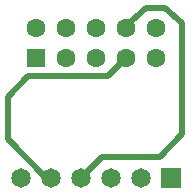
<source format=gbl>
%FSLAX33Y33*%
%MOMM*%
%AMRect-W1600000-H1600000-RO1.500*
21,1,1.6,1.6,0.,0.,90*%
%AMRect-W1650000-H1650000-RO0.500*
21,1,1.65,1.65,0.,0.,270*%
%ADD10C,0.508*%
%ADD11C,1.6*%
%ADD12Rect-W1600000-H1600000-RO1.500*%
%ADD13C,1.65*%
%ADD14Rect-W1650000-H1650000-RO0.500*%
D10*
%LNbottom copper_traces*%
G01*
X16200Y8725D02*
X16200Y18150D01*
X7620Y5080D02*
X9390Y6850D01*
X11430Y15240D02*
X9865Y13675D01*
X13150Y19475D02*
X11430Y17880D01*
X1400Y8325D02*
X4645Y5080D01*
X14750Y19475D02*
X13150Y19475D01*
X1400Y8325D02*
X1400Y11925D01*
X3150Y13675D02*
X9865Y13675D01*
X3150Y13675D02*
X1400Y11925D01*
X16200Y18150D02*
X14750Y19475D01*
X9390Y6850D02*
X14325Y6850D01*
X16200Y8725*
%LNbottom copper component f98de3a3528428db*%
D11*
X6350Y15240D03*
X8890Y15240D03*
X11430Y15240D03*
X13970Y15240D03*
X3810Y17780D03*
X6350Y17780D03*
X8890Y17780D03*
X11430Y17780D03*
X13970Y17780D03*
D12*
X3810Y15240D03*
%LNbottom copper component 9df862e34fc6b5e4*%
D13*
X12700Y5080D03*
X10160Y5080D03*
X7620Y5080D03*
X5080Y5080D03*
X2540Y5080D03*
D14*
X15240Y5080D03*
M02*
</source>
